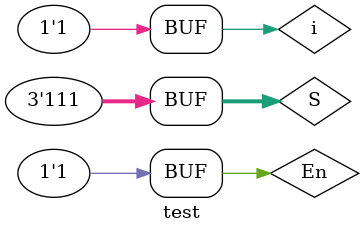
<source format=v>
`timescale 1ns / 1ps


module test;

	// Inputs
	reg i;
	reg [2:0] S;
	reg En;

	// Outputs
	wire [7:0] F;

	// Instantiate the Unit Under Test (UUT)
	Demux1to8En uut (
		.i(i), 
		.S(S), 
		.En(En), 
		.F(F)
	);

initial begin
	
		i = 1'b1;
		S = 3'b000;
		En = 0;
		#100;
		
		i = 1'b1;
		S = 3'b000;
		En = 1;
		#100;
		
		i = 1'b1;
		S = 3'b001;
		En = 1;
		#100;
		
		i = 1'b1;
		S = 3'b010;
		En = 1;
		#100;
		
		i = 1'b1;
		S = 3'b100;
		En = 0;
		#100;
		
		i = 1'b1;
		S = 3'b011;
		En = 1;
		#100;
		
		i = 1'b1;
		S = 3'b100;
		En = 1;
		#100;
		
		i = 1'b1;
		S = 3'b101;
		En = 1;
		#100;
				
		i = 1'b1;
		S = 3'b110;
		En = 1;
		#100;
		
		i = 1'b1;
		S = 3'b111;
		En = 1;
		#100;		
	end
endmodule


</source>
